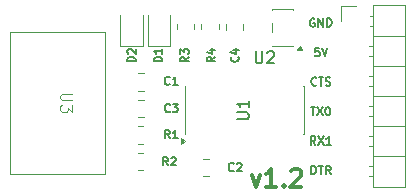
<source format=gbr>
%TF.GenerationSoftware,KiCad,Pcbnew,9.0.5*%
%TF.CreationDate,2025-12-13T22:10:15+05:30*%
%TF.ProjectId,Serial-Basic-CH340C-and-USBC,53657269-616c-42d4-9261-7369632d4348,V1.2*%
%TF.SameCoordinates,Original*%
%TF.FileFunction,Legend,Top*%
%TF.FilePolarity,Positive*%
%FSLAX46Y46*%
G04 Gerber Fmt 4.6, Leading zero omitted, Abs format (unit mm)*
G04 Created by KiCad (PCBNEW 9.0.5) date 2025-12-13 22:10:15*
%MOMM*%
%LPD*%
G01*
G04 APERTURE LIST*
%ADD10C,0.150000*%
%ADD11C,0.300000*%
%ADD12C,0.100000*%
%ADD13C,0.140000*%
%ADD14C,0.120000*%
G04 APERTURE END LIST*
D10*
X175200000Y-118816033D02*
X175200000Y-118116033D01*
X175200000Y-118116033D02*
X175366667Y-118116033D01*
X175366667Y-118116033D02*
X175466667Y-118149366D01*
X175466667Y-118149366D02*
X175533334Y-118216033D01*
X175533334Y-118216033D02*
X175566667Y-118282700D01*
X175566667Y-118282700D02*
X175600000Y-118416033D01*
X175600000Y-118416033D02*
X175600000Y-118516033D01*
X175600000Y-118516033D02*
X175566667Y-118649366D01*
X175566667Y-118649366D02*
X175533334Y-118716033D01*
X175533334Y-118716033D02*
X175466667Y-118782700D01*
X175466667Y-118782700D02*
X175366667Y-118816033D01*
X175366667Y-118816033D02*
X175200000Y-118816033D01*
X175800000Y-118116033D02*
X176200000Y-118116033D01*
X176000000Y-118816033D02*
X176000000Y-118116033D01*
X176833333Y-118816033D02*
X176600000Y-118482700D01*
X176433333Y-118816033D02*
X176433333Y-118116033D01*
X176433333Y-118116033D02*
X176700000Y-118116033D01*
X176700000Y-118116033D02*
X176766667Y-118149366D01*
X176766667Y-118149366D02*
X176800000Y-118182700D01*
X176800000Y-118182700D02*
X176833333Y-118249366D01*
X176833333Y-118249366D02*
X176833333Y-118349366D01*
X176833333Y-118349366D02*
X176800000Y-118416033D01*
X176800000Y-118416033D02*
X176766667Y-118449366D01*
X176766667Y-118449366D02*
X176700000Y-118482700D01*
X176700000Y-118482700D02*
X176433333Y-118482700D01*
X175616666Y-111249366D02*
X175583333Y-111282700D01*
X175583333Y-111282700D02*
X175483333Y-111316033D01*
X175483333Y-111316033D02*
X175416666Y-111316033D01*
X175416666Y-111316033D02*
X175316666Y-111282700D01*
X175316666Y-111282700D02*
X175250000Y-111216033D01*
X175250000Y-111216033D02*
X175216666Y-111149366D01*
X175216666Y-111149366D02*
X175183333Y-111016033D01*
X175183333Y-111016033D02*
X175183333Y-110916033D01*
X175183333Y-110916033D02*
X175216666Y-110782700D01*
X175216666Y-110782700D02*
X175250000Y-110716033D01*
X175250000Y-110716033D02*
X175316666Y-110649366D01*
X175316666Y-110649366D02*
X175416666Y-110616033D01*
X175416666Y-110616033D02*
X175483333Y-110616033D01*
X175483333Y-110616033D02*
X175583333Y-110649366D01*
X175583333Y-110649366D02*
X175616666Y-110682700D01*
X175816666Y-110616033D02*
X176216666Y-110616033D01*
X176016666Y-111316033D02*
X176016666Y-110616033D01*
X176416666Y-111282700D02*
X176516666Y-111316033D01*
X176516666Y-111316033D02*
X176683333Y-111316033D01*
X176683333Y-111316033D02*
X176749999Y-111282700D01*
X176749999Y-111282700D02*
X176783333Y-111249366D01*
X176783333Y-111249366D02*
X176816666Y-111182700D01*
X176816666Y-111182700D02*
X176816666Y-111116033D01*
X176816666Y-111116033D02*
X176783333Y-111049366D01*
X176783333Y-111049366D02*
X176749999Y-111016033D01*
X176749999Y-111016033D02*
X176683333Y-110982700D01*
X176683333Y-110982700D02*
X176549999Y-110949366D01*
X176549999Y-110949366D02*
X176483333Y-110916033D01*
X176483333Y-110916033D02*
X176449999Y-110882700D01*
X176449999Y-110882700D02*
X176416666Y-110816033D01*
X176416666Y-110816033D02*
X176416666Y-110749366D01*
X176416666Y-110749366D02*
X176449999Y-110682700D01*
X176449999Y-110682700D02*
X176483333Y-110649366D01*
X176483333Y-110649366D02*
X176549999Y-110616033D01*
X176549999Y-110616033D02*
X176716666Y-110616033D01*
X176716666Y-110616033D02*
X176816666Y-110649366D01*
X175866667Y-108116033D02*
X175533333Y-108116033D01*
X175533333Y-108116033D02*
X175500000Y-108449366D01*
X175500000Y-108449366D02*
X175533333Y-108416033D01*
X175533333Y-108416033D02*
X175600000Y-108382700D01*
X175600000Y-108382700D02*
X175766667Y-108382700D01*
X175766667Y-108382700D02*
X175833333Y-108416033D01*
X175833333Y-108416033D02*
X175866667Y-108449366D01*
X175866667Y-108449366D02*
X175900000Y-108516033D01*
X175900000Y-108516033D02*
X175900000Y-108682700D01*
X175900000Y-108682700D02*
X175866667Y-108749366D01*
X175866667Y-108749366D02*
X175833333Y-108782700D01*
X175833333Y-108782700D02*
X175766667Y-108816033D01*
X175766667Y-108816033D02*
X175600000Y-108816033D01*
X175600000Y-108816033D02*
X175533333Y-108782700D01*
X175533333Y-108782700D02*
X175500000Y-108749366D01*
X176100000Y-108116033D02*
X176333334Y-108816033D01*
X176333334Y-108816033D02*
X176566667Y-108116033D01*
X175549999Y-116316033D02*
X175316666Y-115982700D01*
X175149999Y-116316033D02*
X175149999Y-115616033D01*
X175149999Y-115616033D02*
X175416666Y-115616033D01*
X175416666Y-115616033D02*
X175483333Y-115649366D01*
X175483333Y-115649366D02*
X175516666Y-115682700D01*
X175516666Y-115682700D02*
X175549999Y-115749366D01*
X175549999Y-115749366D02*
X175549999Y-115849366D01*
X175549999Y-115849366D02*
X175516666Y-115916033D01*
X175516666Y-115916033D02*
X175483333Y-115949366D01*
X175483333Y-115949366D02*
X175416666Y-115982700D01*
X175416666Y-115982700D02*
X175149999Y-115982700D01*
X175783333Y-115616033D02*
X176249999Y-116316033D01*
X176249999Y-115616033D02*
X175783333Y-116316033D01*
X176883333Y-116316033D02*
X176483333Y-116316033D01*
X176683333Y-116316033D02*
X176683333Y-115616033D01*
X176683333Y-115616033D02*
X176616666Y-115716033D01*
X176616666Y-115716033D02*
X176550000Y-115782700D01*
X176550000Y-115782700D02*
X176483333Y-115816033D01*
X175133333Y-113116033D02*
X175533333Y-113116033D01*
X175333333Y-113816033D02*
X175333333Y-113116033D01*
X175700000Y-113116033D02*
X176166666Y-113816033D01*
X176166666Y-113116033D02*
X175700000Y-113816033D01*
X176566667Y-113116033D02*
X176633333Y-113116033D01*
X176633333Y-113116033D02*
X176700000Y-113149366D01*
X176700000Y-113149366D02*
X176733333Y-113182700D01*
X176733333Y-113182700D02*
X176766667Y-113249366D01*
X176766667Y-113249366D02*
X176800000Y-113382700D01*
X176800000Y-113382700D02*
X176800000Y-113549366D01*
X176800000Y-113549366D02*
X176766667Y-113682700D01*
X176766667Y-113682700D02*
X176733333Y-113749366D01*
X176733333Y-113749366D02*
X176700000Y-113782700D01*
X176700000Y-113782700D02*
X176633333Y-113816033D01*
X176633333Y-113816033D02*
X176566667Y-113816033D01*
X176566667Y-113816033D02*
X176500000Y-113782700D01*
X176500000Y-113782700D02*
X176466667Y-113749366D01*
X176466667Y-113749366D02*
X176433333Y-113682700D01*
X176433333Y-113682700D02*
X176400000Y-113549366D01*
X176400000Y-113549366D02*
X176400000Y-113382700D01*
X176400000Y-113382700D02*
X176433333Y-113249366D01*
X176433333Y-113249366D02*
X176466667Y-113182700D01*
X176466667Y-113182700D02*
X176500000Y-113149366D01*
X176500000Y-113149366D02*
X176566667Y-113116033D01*
D11*
X170149653Y-118861828D02*
X170506796Y-119861828D01*
X170506796Y-119861828D02*
X170863939Y-118861828D01*
X172221082Y-119861828D02*
X171363939Y-119861828D01*
X171792510Y-119861828D02*
X171792510Y-118361828D01*
X171792510Y-118361828D02*
X171649653Y-118576114D01*
X171649653Y-118576114D02*
X171506796Y-118718971D01*
X171506796Y-118718971D02*
X171363939Y-118790400D01*
X172863938Y-119718971D02*
X172935367Y-119790400D01*
X172935367Y-119790400D02*
X172863938Y-119861828D01*
X172863938Y-119861828D02*
X172792510Y-119790400D01*
X172792510Y-119790400D02*
X172863938Y-119718971D01*
X172863938Y-119718971D02*
X172863938Y-119861828D01*
X173506796Y-118504685D02*
X173578224Y-118433257D01*
X173578224Y-118433257D02*
X173721082Y-118361828D01*
X173721082Y-118361828D02*
X174078224Y-118361828D01*
X174078224Y-118361828D02*
X174221082Y-118433257D01*
X174221082Y-118433257D02*
X174292510Y-118504685D01*
X174292510Y-118504685D02*
X174363939Y-118647542D01*
X174363939Y-118647542D02*
X174363939Y-118790400D01*
X174363939Y-118790400D02*
X174292510Y-119004685D01*
X174292510Y-119004685D02*
X173435367Y-119861828D01*
X173435367Y-119861828D02*
X174363939Y-119861828D01*
D10*
X175466667Y-105649366D02*
X175400000Y-105616033D01*
X175400000Y-105616033D02*
X175300000Y-105616033D01*
X175300000Y-105616033D02*
X175200000Y-105649366D01*
X175200000Y-105649366D02*
X175133334Y-105716033D01*
X175133334Y-105716033D02*
X175100000Y-105782700D01*
X175100000Y-105782700D02*
X175066667Y-105916033D01*
X175066667Y-105916033D02*
X175066667Y-106016033D01*
X175066667Y-106016033D02*
X175100000Y-106149366D01*
X175100000Y-106149366D02*
X175133334Y-106216033D01*
X175133334Y-106216033D02*
X175200000Y-106282700D01*
X175200000Y-106282700D02*
X175300000Y-106316033D01*
X175300000Y-106316033D02*
X175366667Y-106316033D01*
X175366667Y-106316033D02*
X175466667Y-106282700D01*
X175466667Y-106282700D02*
X175500000Y-106249366D01*
X175500000Y-106249366D02*
X175500000Y-106016033D01*
X175500000Y-106016033D02*
X175366667Y-106016033D01*
X175800000Y-106316033D02*
X175800000Y-105616033D01*
X175800000Y-105616033D02*
X176200000Y-106316033D01*
X176200000Y-106316033D02*
X176200000Y-105616033D01*
X176533333Y-106316033D02*
X176533333Y-105616033D01*
X176533333Y-105616033D02*
X176700000Y-105616033D01*
X176700000Y-105616033D02*
X176800000Y-105649366D01*
X176800000Y-105649366D02*
X176866667Y-105716033D01*
X176866667Y-105716033D02*
X176900000Y-105782700D01*
X176900000Y-105782700D02*
X176933333Y-105916033D01*
X176933333Y-105916033D02*
X176933333Y-106016033D01*
X176933333Y-106016033D02*
X176900000Y-106149366D01*
X176900000Y-106149366D02*
X176866667Y-106216033D01*
X176866667Y-106216033D02*
X176800000Y-106282700D01*
X176800000Y-106282700D02*
X176700000Y-106316033D01*
X176700000Y-106316033D02*
X176533333Y-106316033D01*
X168633333Y-118499366D02*
X168600000Y-118532700D01*
X168600000Y-118532700D02*
X168500000Y-118566033D01*
X168500000Y-118566033D02*
X168433333Y-118566033D01*
X168433333Y-118566033D02*
X168333333Y-118532700D01*
X168333333Y-118532700D02*
X168266667Y-118466033D01*
X168266667Y-118466033D02*
X168233333Y-118399366D01*
X168233333Y-118399366D02*
X168200000Y-118266033D01*
X168200000Y-118266033D02*
X168200000Y-118166033D01*
X168200000Y-118166033D02*
X168233333Y-118032700D01*
X168233333Y-118032700D02*
X168266667Y-117966033D01*
X168266667Y-117966033D02*
X168333333Y-117899366D01*
X168333333Y-117899366D02*
X168433333Y-117866033D01*
X168433333Y-117866033D02*
X168500000Y-117866033D01*
X168500000Y-117866033D02*
X168600000Y-117899366D01*
X168600000Y-117899366D02*
X168633333Y-117932700D01*
X168900000Y-117932700D02*
X168933333Y-117899366D01*
X168933333Y-117899366D02*
X169000000Y-117866033D01*
X169000000Y-117866033D02*
X169166667Y-117866033D01*
X169166667Y-117866033D02*
X169233333Y-117899366D01*
X169233333Y-117899366D02*
X169266667Y-117932700D01*
X169266667Y-117932700D02*
X169300000Y-117999366D01*
X169300000Y-117999366D02*
X169300000Y-118066033D01*
X169300000Y-118066033D02*
X169266667Y-118166033D01*
X169266667Y-118166033D02*
X168866667Y-118566033D01*
X168866667Y-118566033D02*
X169300000Y-118566033D01*
X164816033Y-108866666D02*
X164482700Y-109099999D01*
X164816033Y-109266666D02*
X164116033Y-109266666D01*
X164116033Y-109266666D02*
X164116033Y-108999999D01*
X164116033Y-108999999D02*
X164149366Y-108933333D01*
X164149366Y-108933333D02*
X164182700Y-108899999D01*
X164182700Y-108899999D02*
X164249366Y-108866666D01*
X164249366Y-108866666D02*
X164349366Y-108866666D01*
X164349366Y-108866666D02*
X164416033Y-108899999D01*
X164416033Y-108899999D02*
X164449366Y-108933333D01*
X164449366Y-108933333D02*
X164482700Y-108999999D01*
X164482700Y-108999999D02*
X164482700Y-109266666D01*
X164116033Y-108633333D02*
X164116033Y-108199999D01*
X164116033Y-108199999D02*
X164382700Y-108433333D01*
X164382700Y-108433333D02*
X164382700Y-108333333D01*
X164382700Y-108333333D02*
X164416033Y-108266666D01*
X164416033Y-108266666D02*
X164449366Y-108233333D01*
X164449366Y-108233333D02*
X164516033Y-108199999D01*
X164516033Y-108199999D02*
X164682700Y-108199999D01*
X164682700Y-108199999D02*
X164749366Y-108233333D01*
X164749366Y-108233333D02*
X164782700Y-108266666D01*
X164782700Y-108266666D02*
X164816033Y-108333333D01*
X164816033Y-108333333D02*
X164816033Y-108533333D01*
X164816033Y-108533333D02*
X164782700Y-108599999D01*
X164782700Y-108599999D02*
X164749366Y-108633333D01*
X167066033Y-108866666D02*
X166732700Y-109099999D01*
X167066033Y-109266666D02*
X166366033Y-109266666D01*
X166366033Y-109266666D02*
X166366033Y-108999999D01*
X166366033Y-108999999D02*
X166399366Y-108933333D01*
X166399366Y-108933333D02*
X166432700Y-108899999D01*
X166432700Y-108899999D02*
X166499366Y-108866666D01*
X166499366Y-108866666D02*
X166599366Y-108866666D01*
X166599366Y-108866666D02*
X166666033Y-108899999D01*
X166666033Y-108899999D02*
X166699366Y-108933333D01*
X166699366Y-108933333D02*
X166732700Y-108999999D01*
X166732700Y-108999999D02*
X166732700Y-109266666D01*
X166599366Y-108266666D02*
X167066033Y-108266666D01*
X166332700Y-108433333D02*
X166832700Y-108599999D01*
X166832700Y-108599999D02*
X166832700Y-108166666D01*
D12*
X154957580Y-111988095D02*
X154148057Y-111988095D01*
X154148057Y-111988095D02*
X154052819Y-112035714D01*
X154052819Y-112035714D02*
X154005200Y-112083333D01*
X154005200Y-112083333D02*
X153957580Y-112178571D01*
X153957580Y-112178571D02*
X153957580Y-112369047D01*
X153957580Y-112369047D02*
X154005200Y-112464285D01*
X154005200Y-112464285D02*
X154052819Y-112511904D01*
X154052819Y-112511904D02*
X154148057Y-112559523D01*
X154148057Y-112559523D02*
X154957580Y-112559523D01*
X154957580Y-112940476D02*
X154957580Y-113559523D01*
X154957580Y-113559523D02*
X154576628Y-113226190D01*
X154576628Y-113226190D02*
X154576628Y-113369047D01*
X154576628Y-113369047D02*
X154529009Y-113464285D01*
X154529009Y-113464285D02*
X154481390Y-113511904D01*
X154481390Y-113511904D02*
X154386152Y-113559523D01*
X154386152Y-113559523D02*
X154148057Y-113559523D01*
X154148057Y-113559523D02*
X154052819Y-113511904D01*
X154052819Y-113511904D02*
X154005200Y-113464285D01*
X154005200Y-113464285D02*
X153957580Y-113369047D01*
X153957580Y-113369047D02*
X153957580Y-113083333D01*
X153957580Y-113083333D02*
X154005200Y-112988095D01*
X154005200Y-112988095D02*
X154052819Y-112940476D01*
D10*
X163228333Y-113477366D02*
X163195000Y-113510700D01*
X163195000Y-113510700D02*
X163095000Y-113544033D01*
X163095000Y-113544033D02*
X163028333Y-113544033D01*
X163028333Y-113544033D02*
X162928333Y-113510700D01*
X162928333Y-113510700D02*
X162861667Y-113444033D01*
X162861667Y-113444033D02*
X162828333Y-113377366D01*
X162828333Y-113377366D02*
X162795000Y-113244033D01*
X162795000Y-113244033D02*
X162795000Y-113144033D01*
X162795000Y-113144033D02*
X162828333Y-113010700D01*
X162828333Y-113010700D02*
X162861667Y-112944033D01*
X162861667Y-112944033D02*
X162928333Y-112877366D01*
X162928333Y-112877366D02*
X163028333Y-112844033D01*
X163028333Y-112844033D02*
X163095000Y-112844033D01*
X163095000Y-112844033D02*
X163195000Y-112877366D01*
X163195000Y-112877366D02*
X163228333Y-112910700D01*
X163461667Y-112844033D02*
X163895000Y-112844033D01*
X163895000Y-112844033D02*
X163661667Y-113110700D01*
X163661667Y-113110700D02*
X163761667Y-113110700D01*
X163761667Y-113110700D02*
X163828333Y-113144033D01*
X163828333Y-113144033D02*
X163861667Y-113177366D01*
X163861667Y-113177366D02*
X163895000Y-113244033D01*
X163895000Y-113244033D02*
X163895000Y-113410700D01*
X163895000Y-113410700D02*
X163861667Y-113477366D01*
X163861667Y-113477366D02*
X163828333Y-113510700D01*
X163828333Y-113510700D02*
X163761667Y-113544033D01*
X163761667Y-113544033D02*
X163561667Y-113544033D01*
X163561667Y-113544033D02*
X163495000Y-113510700D01*
X163495000Y-113510700D02*
X163461667Y-113477366D01*
D13*
X163064833Y-118066553D02*
X162831500Y-117733220D01*
X162664833Y-118066553D02*
X162664833Y-117366553D01*
X162664833Y-117366553D02*
X162931500Y-117366553D01*
X162931500Y-117366553D02*
X162998167Y-117399886D01*
X162998167Y-117399886D02*
X163031500Y-117433220D01*
X163031500Y-117433220D02*
X163064833Y-117499886D01*
X163064833Y-117499886D02*
X163064833Y-117599886D01*
X163064833Y-117599886D02*
X163031500Y-117666553D01*
X163031500Y-117666553D02*
X162998167Y-117699886D01*
X162998167Y-117699886D02*
X162931500Y-117733220D01*
X162931500Y-117733220D02*
X162664833Y-117733220D01*
X163331500Y-117433220D02*
X163364833Y-117399886D01*
X163364833Y-117399886D02*
X163431500Y-117366553D01*
X163431500Y-117366553D02*
X163598167Y-117366553D01*
X163598167Y-117366553D02*
X163664833Y-117399886D01*
X163664833Y-117399886D02*
X163698167Y-117433220D01*
X163698167Y-117433220D02*
X163731500Y-117499886D01*
X163731500Y-117499886D02*
X163731500Y-117566553D01*
X163731500Y-117566553D02*
X163698167Y-117666553D01*
X163698167Y-117666553D02*
X163298167Y-118066553D01*
X163298167Y-118066553D02*
X163731500Y-118066553D01*
D10*
X168999366Y-108866666D02*
X169032700Y-108899999D01*
X169032700Y-108899999D02*
X169066033Y-108999999D01*
X169066033Y-108999999D02*
X169066033Y-109066666D01*
X169066033Y-109066666D02*
X169032700Y-109166666D01*
X169032700Y-109166666D02*
X168966033Y-109233333D01*
X168966033Y-109233333D02*
X168899366Y-109266666D01*
X168899366Y-109266666D02*
X168766033Y-109299999D01*
X168766033Y-109299999D02*
X168666033Y-109299999D01*
X168666033Y-109299999D02*
X168532700Y-109266666D01*
X168532700Y-109266666D02*
X168466033Y-109233333D01*
X168466033Y-109233333D02*
X168399366Y-109166666D01*
X168399366Y-109166666D02*
X168366033Y-109066666D01*
X168366033Y-109066666D02*
X168366033Y-108999999D01*
X168366033Y-108999999D02*
X168399366Y-108899999D01*
X168399366Y-108899999D02*
X168432700Y-108866666D01*
X168599366Y-108266666D02*
X169066033Y-108266666D01*
X168332700Y-108433333D02*
X168832700Y-108599999D01*
X168832700Y-108599999D02*
X168832700Y-108166666D01*
X162566033Y-109266666D02*
X161866033Y-109266666D01*
X161866033Y-109266666D02*
X161866033Y-109099999D01*
X161866033Y-109099999D02*
X161899366Y-108999999D01*
X161899366Y-108999999D02*
X161966033Y-108933333D01*
X161966033Y-108933333D02*
X162032700Y-108899999D01*
X162032700Y-108899999D02*
X162166033Y-108866666D01*
X162166033Y-108866666D02*
X162266033Y-108866666D01*
X162266033Y-108866666D02*
X162399366Y-108899999D01*
X162399366Y-108899999D02*
X162466033Y-108933333D01*
X162466033Y-108933333D02*
X162532700Y-108999999D01*
X162532700Y-108999999D02*
X162566033Y-109099999D01*
X162566033Y-109099999D02*
X162566033Y-109266666D01*
X162566033Y-108199999D02*
X162566033Y-108599999D01*
X162566033Y-108399999D02*
X161866033Y-108399999D01*
X161866033Y-108399999D02*
X161966033Y-108466666D01*
X161966033Y-108466666D02*
X162032700Y-108533333D01*
X162032700Y-108533333D02*
X162066033Y-108599999D01*
X170477095Y-108411819D02*
X170477095Y-109221342D01*
X170477095Y-109221342D02*
X170524714Y-109316580D01*
X170524714Y-109316580D02*
X170572333Y-109364200D01*
X170572333Y-109364200D02*
X170667571Y-109411819D01*
X170667571Y-109411819D02*
X170858047Y-109411819D01*
X170858047Y-109411819D02*
X170953285Y-109364200D01*
X170953285Y-109364200D02*
X171000904Y-109316580D01*
X171000904Y-109316580D02*
X171048523Y-109221342D01*
X171048523Y-109221342D02*
X171048523Y-108411819D01*
X171477095Y-108507057D02*
X171524714Y-108459438D01*
X171524714Y-108459438D02*
X171619952Y-108411819D01*
X171619952Y-108411819D02*
X171858047Y-108411819D01*
X171858047Y-108411819D02*
X171953285Y-108459438D01*
X171953285Y-108459438D02*
X172000904Y-108507057D01*
X172000904Y-108507057D02*
X172048523Y-108602295D01*
X172048523Y-108602295D02*
X172048523Y-108697533D01*
X172048523Y-108697533D02*
X172000904Y-108840390D01*
X172000904Y-108840390D02*
X171429476Y-109411819D01*
X171429476Y-109411819D02*
X172048523Y-109411819D01*
X168894319Y-114147904D02*
X169703842Y-114147904D01*
X169703842Y-114147904D02*
X169799080Y-114100285D01*
X169799080Y-114100285D02*
X169846700Y-114052666D01*
X169846700Y-114052666D02*
X169894319Y-113957428D01*
X169894319Y-113957428D02*
X169894319Y-113766952D01*
X169894319Y-113766952D02*
X169846700Y-113671714D01*
X169846700Y-113671714D02*
X169799080Y-113624095D01*
X169799080Y-113624095D02*
X169703842Y-113576476D01*
X169703842Y-113576476D02*
X168894319Y-113576476D01*
X169894319Y-112576476D02*
X169894319Y-113147904D01*
X169894319Y-112862190D02*
X168894319Y-112862190D01*
X168894319Y-112862190D02*
X169037176Y-112957428D01*
X169037176Y-112957428D02*
X169132414Y-113052666D01*
X169132414Y-113052666D02*
X169180033Y-113147904D01*
X163203333Y-111179366D02*
X163170000Y-111212700D01*
X163170000Y-111212700D02*
X163070000Y-111246033D01*
X163070000Y-111246033D02*
X163003333Y-111246033D01*
X163003333Y-111246033D02*
X162903333Y-111212700D01*
X162903333Y-111212700D02*
X162836667Y-111146033D01*
X162836667Y-111146033D02*
X162803333Y-111079366D01*
X162803333Y-111079366D02*
X162770000Y-110946033D01*
X162770000Y-110946033D02*
X162770000Y-110846033D01*
X162770000Y-110846033D02*
X162803333Y-110712700D01*
X162803333Y-110712700D02*
X162836667Y-110646033D01*
X162836667Y-110646033D02*
X162903333Y-110579366D01*
X162903333Y-110579366D02*
X163003333Y-110546033D01*
X163003333Y-110546033D02*
X163070000Y-110546033D01*
X163070000Y-110546033D02*
X163170000Y-110579366D01*
X163170000Y-110579366D02*
X163203333Y-110612700D01*
X163870000Y-111246033D02*
X163470000Y-111246033D01*
X163670000Y-111246033D02*
X163670000Y-110546033D01*
X163670000Y-110546033D02*
X163603333Y-110646033D01*
X163603333Y-110646033D02*
X163536667Y-110712700D01*
X163536667Y-110712700D02*
X163470000Y-110746033D01*
X163222333Y-115782033D02*
X162989000Y-115448700D01*
X162822333Y-115782033D02*
X162822333Y-115082033D01*
X162822333Y-115082033D02*
X163089000Y-115082033D01*
X163089000Y-115082033D02*
X163155667Y-115115366D01*
X163155667Y-115115366D02*
X163189000Y-115148700D01*
X163189000Y-115148700D02*
X163222333Y-115215366D01*
X163222333Y-115215366D02*
X163222333Y-115315366D01*
X163222333Y-115315366D02*
X163189000Y-115382033D01*
X163189000Y-115382033D02*
X163155667Y-115415366D01*
X163155667Y-115415366D02*
X163089000Y-115448700D01*
X163089000Y-115448700D02*
X162822333Y-115448700D01*
X163889000Y-115782033D02*
X163489000Y-115782033D01*
X163689000Y-115782033D02*
X163689000Y-115082033D01*
X163689000Y-115082033D02*
X163622333Y-115182033D01*
X163622333Y-115182033D02*
X163555667Y-115248700D01*
X163555667Y-115248700D02*
X163489000Y-115282033D01*
X160316033Y-109266666D02*
X159616033Y-109266666D01*
X159616033Y-109266666D02*
X159616033Y-109099999D01*
X159616033Y-109099999D02*
X159649366Y-108999999D01*
X159649366Y-108999999D02*
X159716033Y-108933333D01*
X159716033Y-108933333D02*
X159782700Y-108899999D01*
X159782700Y-108899999D02*
X159916033Y-108866666D01*
X159916033Y-108866666D02*
X160016033Y-108866666D01*
X160016033Y-108866666D02*
X160149366Y-108899999D01*
X160149366Y-108899999D02*
X160216033Y-108933333D01*
X160216033Y-108933333D02*
X160282700Y-108999999D01*
X160282700Y-108999999D02*
X160316033Y-109099999D01*
X160316033Y-109099999D02*
X160316033Y-109266666D01*
X159682700Y-108599999D02*
X159649366Y-108566666D01*
X159649366Y-108566666D02*
X159616033Y-108499999D01*
X159616033Y-108499999D02*
X159616033Y-108333333D01*
X159616033Y-108333333D02*
X159649366Y-108266666D01*
X159649366Y-108266666D02*
X159682700Y-108233333D01*
X159682700Y-108233333D02*
X159749366Y-108199999D01*
X159749366Y-108199999D02*
X159816033Y-108199999D01*
X159816033Y-108199999D02*
X159916033Y-108233333D01*
X159916033Y-108233333D02*
X160316033Y-108633333D01*
X160316033Y-108633333D02*
X160316033Y-108199999D01*
D14*
%TO.C,C2*%
X166511252Y-117515000D02*
X165988748Y-117515000D01*
X166511252Y-118985000D02*
X165988748Y-118985000D01*
%TO.C,R3*%
X163800000Y-106543064D02*
X163800000Y-106088936D01*
X165270000Y-106543064D02*
X165270000Y-106088936D01*
%TO.C,R4*%
X165873666Y-106543064D02*
X165873666Y-106088936D01*
X167343666Y-106543064D02*
X167343666Y-106088936D01*
D12*
%TO.C,U3*%
X149730000Y-106760000D02*
X149730000Y-118760000D01*
X149730000Y-118760000D02*
X157720000Y-118760000D01*
X157720000Y-106760000D02*
X149730000Y-106760000D01*
X157720000Y-118760000D02*
X157720000Y-106760000D01*
D14*
%TO.C,C3*%
X160488748Y-112515000D02*
X161011252Y-112515000D01*
X160488748Y-113985000D02*
X161011252Y-113985000D01*
%TO.C,R2*%
X160977064Y-117015000D02*
X160522936Y-117015000D01*
X160977064Y-118485000D02*
X160522936Y-118485000D01*
%TO.C,C4*%
X167956000Y-106577252D02*
X167956000Y-106054748D01*
X169426000Y-106577252D02*
X169426000Y-106054748D01*
%TO.C,D1*%
X161350000Y-105296000D02*
X161350000Y-107981000D01*
X161350000Y-107981000D02*
X163270000Y-107981000D01*
X163270000Y-107981000D02*
X163270000Y-105296000D01*
%TO.C,U2*%
X171846000Y-104857000D02*
X173666000Y-104857000D01*
X171846000Y-104907000D02*
X171846000Y-104857000D01*
X171846000Y-106807000D02*
X171846000Y-106027000D01*
X171846000Y-107977000D02*
X171846000Y-107927000D01*
X173666000Y-104857000D02*
X173666000Y-104907000D01*
X173666000Y-107927000D02*
X173666000Y-107977000D01*
X173666000Y-107977000D02*
X171846000Y-107977000D01*
X174446000Y-108257000D02*
X173966000Y-108257000D01*
X174206000Y-107927000D01*
X174446000Y-108257000D01*
G36*
X174446000Y-108257000D02*
G01*
X173966000Y-108257000D01*
X174206000Y-107927000D01*
X174446000Y-108257000D01*
G37*
%TO.C,U1*%
X164467000Y-111326000D02*
X164522000Y-111326000D01*
X164467000Y-115446000D02*
X164467000Y-111326000D01*
X164522000Y-115446000D02*
X164467000Y-115446000D01*
X174532000Y-111326000D02*
X174587000Y-111326000D01*
X174587000Y-111326000D02*
X174587000Y-115446000D01*
X174587000Y-115446000D02*
X174532000Y-115446000D01*
X164517000Y-115986000D02*
X164187000Y-116226000D01*
X164187000Y-115746000D01*
X164517000Y-115986000D01*
G36*
X164517000Y-115986000D02*
G01*
X164187000Y-116226000D01*
X164187000Y-115746000D01*
X164517000Y-115986000D01*
G37*
%TO.C,C1*%
X160488748Y-110265000D02*
X161011252Y-110265000D01*
X160488748Y-111735000D02*
X161011252Y-111735000D01*
%TO.C,R1*%
X160977064Y-114765000D02*
X160522936Y-114765000D01*
X160977064Y-116235000D02*
X160522936Y-116235000D01*
%TO.C,J2*%
X177722000Y-104573000D02*
X178992000Y-104573000D01*
X177722000Y-105843000D02*
X177722000Y-104573000D01*
X180069358Y-107953000D02*
X180382000Y-107953000D01*
X180069358Y-108813000D02*
X180382000Y-108813000D01*
X180069358Y-110493000D02*
X180382000Y-110493000D01*
X180069358Y-111353000D02*
X180382000Y-111353000D01*
X180069358Y-113033000D02*
X180382000Y-113033000D01*
X180069358Y-113893000D02*
X180382000Y-113893000D01*
X180069358Y-115573000D02*
X180382000Y-115573000D01*
X180069358Y-116433000D02*
X180382000Y-116433000D01*
X180069358Y-118113000D02*
X180382000Y-118113000D01*
X180069358Y-118973000D02*
X180382000Y-118973000D01*
X180152000Y-105413000D02*
X180382000Y-105413000D01*
X180152000Y-106273000D02*
X180382000Y-106273000D01*
X180382000Y-104463000D02*
X180382000Y-119923000D01*
X180382000Y-107113000D02*
X183142000Y-107113000D01*
X180382000Y-109653000D02*
X183142000Y-109653000D01*
X180382000Y-112193000D02*
X183142000Y-112193000D01*
X180382000Y-114733000D02*
X183142000Y-114733000D01*
X180382000Y-117273000D02*
X183142000Y-117273000D01*
X180382000Y-119923000D02*
X183142000Y-119923000D01*
X183142000Y-104463000D02*
X180382000Y-104463000D01*
X183142000Y-119923000D02*
X183142000Y-104463000D01*
%TO.C,D2*%
X159040000Y-105296000D02*
X159040000Y-107981000D01*
X159040000Y-107981000D02*
X160960000Y-107981000D01*
X160960000Y-107981000D02*
X160960000Y-105296000D01*
%TD*%
M02*

</source>
